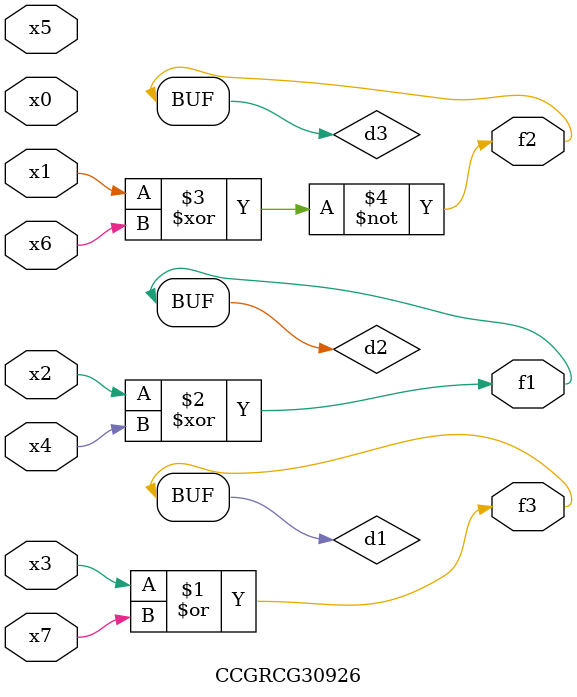
<source format=v>
module CCGRCG30926(
	input x0, x1, x2, x3, x4, x5, x6, x7,
	output f1, f2, f3
);

	wire d1, d2, d3;

	or (d1, x3, x7);
	xor (d2, x2, x4);
	xnor (d3, x1, x6);
	assign f1 = d2;
	assign f2 = d3;
	assign f3 = d1;
endmodule

</source>
